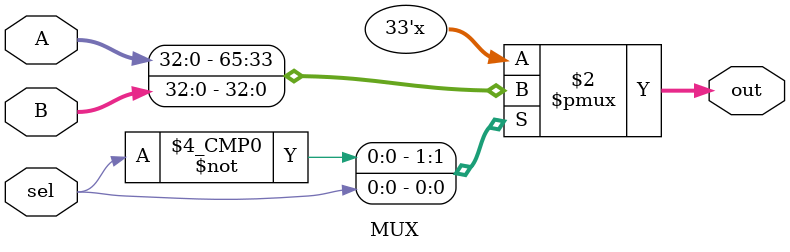
<source format=v>
`timescale 1ns / 1ps

module MUX #(parameter DATA_WIDTH = 32)
(
    input [DATA_WIDTH:0]A,
    input [DATA_WIDTH:0]B,
    input sel,
    output reg [DATA_WIDTH:0]out
);
    
always@(*)
begin
    case(sel)
        0: out <= A;
        1: out <= B;
    endcase
end

endmodule

</source>
